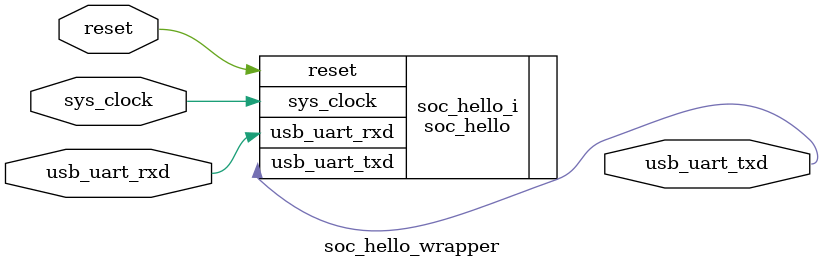
<source format=v>
`timescale 1 ps / 1 ps

module soc_hello_wrapper
   (reset,
    sys_clock,
    usb_uart_rxd,
    usb_uart_txd);
  input reset;
  input sys_clock;
  input usb_uart_rxd;
  output usb_uart_txd;

  wire reset;
  wire sys_clock;
  wire usb_uart_rxd;
  wire usb_uart_txd;

  soc_hello soc_hello_i
       (.reset(reset),
        .sys_clock(sys_clock),
        .usb_uart_rxd(usb_uart_rxd),
        .usb_uart_txd(usb_uart_txd));
endmodule

</source>
